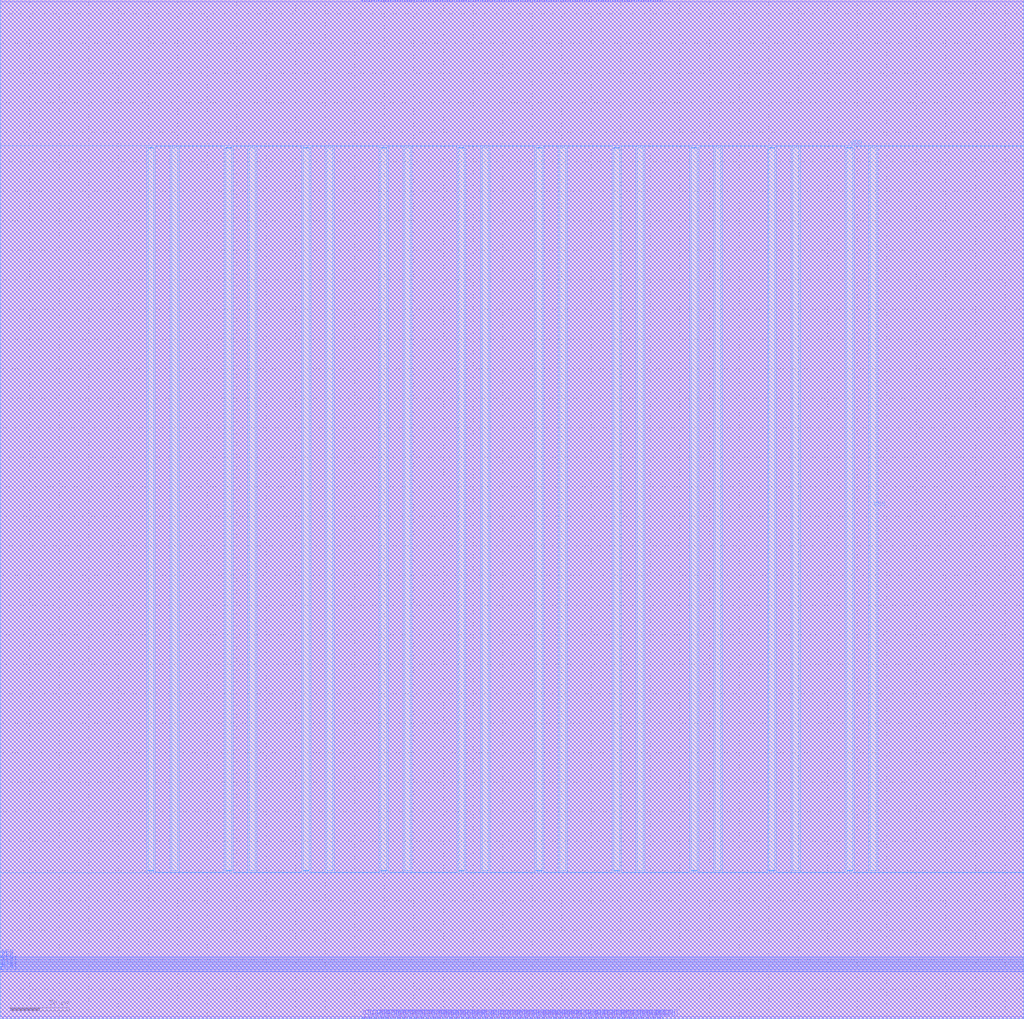
<source format=lef>
##
## LEF for PtnCells ;
## created by Innovus v15.23-s045_1 on Fri Mar 21 21:15:34 2025
##

VERSION 5.8 ;

BUSBITCHARS "[]" ;
DIVIDERCHAR "/" ;

MACRO sram_w16
  CLASS BLOCK ;
  SIZE 346.4000 BY 344.8000 ;
  FOREIGN sram_w16 0.0000 0.0000 ;
  ORIGIN 0 0 ;
  SYMMETRY X Y R90 ;
  PIN CLK
    DIRECTION INPUT ;
    USE SIGNAL ;
    PORT
      LAYER M3 ;
        RECT 0.0000 19.9500 0.6000 20.0500 ;
    END
  END CLK
  PIN D[127]
    DIRECTION INPUT ;
    USE SIGNAL ;
    PORT
      LAYER M2 ;
        RECT 122.4500 0.0000 122.5500 0.6000 ;
    END
  END D[127]
  PIN D[126]
    DIRECTION INPUT ;
    USE SIGNAL ;
    PORT
      LAYER M2 ;
        RECT 123.2500 0.0000 123.3500 0.6000 ;
    END
  END D[126]
  PIN D[125]
    DIRECTION INPUT ;
    USE SIGNAL ;
    PORT
      LAYER M2 ;
        RECT 124.0500 0.0000 124.1500 0.6000 ;
    END
  END D[125]
  PIN D[124]
    DIRECTION INPUT ;
    USE SIGNAL ;
    PORT
      LAYER M2 ;
        RECT 124.8500 0.0000 124.9500 0.6000 ;
    END
  END D[124]
  PIN D[123]
    DIRECTION INPUT ;
    USE SIGNAL ;
    PORT
      LAYER M2 ;
        RECT 125.6500 0.0000 125.7500 0.6000 ;
    END
  END D[123]
  PIN D[122]
    DIRECTION INPUT ;
    USE SIGNAL ;
    PORT
      LAYER M2 ;
        RECT 126.4500 0.0000 126.5500 0.6000 ;
    END
  END D[122]
  PIN D[121]
    DIRECTION INPUT ;
    USE SIGNAL ;
    PORT
      LAYER M2 ;
        RECT 127.2500 0.0000 127.3500 0.6000 ;
    END
  END D[121]
  PIN D[120]
    DIRECTION INPUT ;
    USE SIGNAL ;
    PORT
      LAYER M2 ;
        RECT 128.0500 0.0000 128.1500 0.6000 ;
    END
  END D[120]
  PIN D[119]
    DIRECTION INPUT ;
    USE SIGNAL ;
    PORT
      LAYER M2 ;
        RECT 128.8500 0.0000 128.9500 0.6000 ;
    END
  END D[119]
  PIN D[118]
    DIRECTION INPUT ;
    USE SIGNAL ;
    PORT
      LAYER M2 ;
        RECT 129.6500 0.0000 129.7500 0.6000 ;
    END
  END D[118]
  PIN D[117]
    DIRECTION INPUT ;
    USE SIGNAL ;
    PORT
      LAYER M2 ;
        RECT 130.4500 0.0000 130.5500 0.6000 ;
    END
  END D[117]
  PIN D[116]
    DIRECTION INPUT ;
    USE SIGNAL ;
    PORT
      LAYER M2 ;
        RECT 131.2500 0.0000 131.3500 0.6000 ;
    END
  END D[116]
  PIN D[115]
    DIRECTION INPUT ;
    USE SIGNAL ;
    PORT
      LAYER M2 ;
        RECT 132.0500 0.0000 132.1500 0.6000 ;
    END
  END D[115]
  PIN D[114]
    DIRECTION INPUT ;
    USE SIGNAL ;
    PORT
      LAYER M2 ;
        RECT 132.8500 0.0000 132.9500 0.6000 ;
    END
  END D[114]
  PIN D[113]
    DIRECTION INPUT ;
    USE SIGNAL ;
    PORT
      LAYER M2 ;
        RECT 133.6500 0.0000 133.7500 0.6000 ;
    END
  END D[113]
  PIN D[112]
    DIRECTION INPUT ;
    USE SIGNAL ;
    PORT
      LAYER M2 ;
        RECT 134.4500 0.0000 134.5500 0.6000 ;
    END
  END D[112]
  PIN D[111]
    DIRECTION INPUT ;
    USE SIGNAL ;
    PORT
      LAYER M2 ;
        RECT 135.2500 0.0000 135.3500 0.6000 ;
    END
  END D[111]
  PIN D[110]
    DIRECTION INPUT ;
    USE SIGNAL ;
    PORT
      LAYER M2 ;
        RECT 136.0500 0.0000 136.1500 0.6000 ;
    END
  END D[110]
  PIN D[109]
    DIRECTION INPUT ;
    USE SIGNAL ;
    PORT
      LAYER M2 ;
        RECT 136.8500 0.0000 136.9500 0.6000 ;
    END
  END D[109]
  PIN D[108]
    DIRECTION INPUT ;
    USE SIGNAL ;
    PORT
      LAYER M2 ;
        RECT 137.6500 0.0000 137.7500 0.6000 ;
    END
  END D[108]
  PIN D[107]
    DIRECTION INPUT ;
    USE SIGNAL ;
    PORT
      LAYER M2 ;
        RECT 138.4500 0.0000 138.5500 0.6000 ;
    END
  END D[107]
  PIN D[106]
    DIRECTION INPUT ;
    USE SIGNAL ;
    PORT
      LAYER M2 ;
        RECT 139.2500 0.0000 139.3500 0.6000 ;
    END
  END D[106]
  PIN D[105]
    DIRECTION INPUT ;
    USE SIGNAL ;
    PORT
      LAYER M2 ;
        RECT 140.0500 0.0000 140.1500 0.6000 ;
    END
  END D[105]
  PIN D[104]
    DIRECTION INPUT ;
    USE SIGNAL ;
    PORT
      LAYER M2 ;
        RECT 140.8500 0.0000 140.9500 0.6000 ;
    END
  END D[104]
  PIN D[103]
    DIRECTION INPUT ;
    USE SIGNAL ;
    PORT
      LAYER M2 ;
        RECT 141.6500 0.0000 141.7500 0.6000 ;
    END
  END D[103]
  PIN D[102]
    DIRECTION INPUT ;
    USE SIGNAL ;
    PORT
      LAYER M2 ;
        RECT 142.4500 0.0000 142.5500 0.6000 ;
    END
  END D[102]
  PIN D[101]
    DIRECTION INPUT ;
    USE SIGNAL ;
    PORT
      LAYER M2 ;
        RECT 143.2500 0.0000 143.3500 0.6000 ;
    END
  END D[101]
  PIN D[100]
    DIRECTION INPUT ;
    USE SIGNAL ;
    PORT
      LAYER M2 ;
        RECT 144.0500 0.0000 144.1500 0.6000 ;
    END
  END D[100]
  PIN D[99]
    DIRECTION INPUT ;
    USE SIGNAL ;
    PORT
      LAYER M2 ;
        RECT 144.8500 0.0000 144.9500 0.6000 ;
    END
  END D[99]
  PIN D[98]
    DIRECTION INPUT ;
    USE SIGNAL ;
    PORT
      LAYER M2 ;
        RECT 145.6500 0.0000 145.7500 0.6000 ;
    END
  END D[98]
  PIN D[97]
    DIRECTION INPUT ;
    USE SIGNAL ;
    PORT
      LAYER M2 ;
        RECT 146.4500 0.0000 146.5500 0.6000 ;
    END
  END D[97]
  PIN D[96]
    DIRECTION INPUT ;
    USE SIGNAL ;
    PORT
      LAYER M2 ;
        RECT 147.2500 0.0000 147.3500 0.6000 ;
    END
  END D[96]
  PIN D[95]
    DIRECTION INPUT ;
    USE SIGNAL ;
    PORT
      LAYER M2 ;
        RECT 148.0500 0.0000 148.1500 0.6000 ;
    END
  END D[95]
  PIN D[94]
    DIRECTION INPUT ;
    USE SIGNAL ;
    PORT
      LAYER M2 ;
        RECT 148.8500 0.0000 148.9500 0.6000 ;
    END
  END D[94]
  PIN D[93]
    DIRECTION INPUT ;
    USE SIGNAL ;
    PORT
      LAYER M2 ;
        RECT 149.6500 0.0000 149.7500 0.6000 ;
    END
  END D[93]
  PIN D[92]
    DIRECTION INPUT ;
    USE SIGNAL ;
    PORT
      LAYER M2 ;
        RECT 150.4500 0.0000 150.5500 0.6000 ;
    END
  END D[92]
  PIN D[91]
    DIRECTION INPUT ;
    USE SIGNAL ;
    PORT
      LAYER M2 ;
        RECT 151.2500 0.0000 151.3500 0.6000 ;
    END
  END D[91]
  PIN D[90]
    DIRECTION INPUT ;
    USE SIGNAL ;
    PORT
      LAYER M2 ;
        RECT 152.0500 0.0000 152.1500 0.6000 ;
    END
  END D[90]
  PIN D[89]
    DIRECTION INPUT ;
    USE SIGNAL ;
    PORT
      LAYER M2 ;
        RECT 152.8500 0.0000 152.9500 0.6000 ;
    END
  END D[89]
  PIN D[88]
    DIRECTION INPUT ;
    USE SIGNAL ;
    PORT
      LAYER M2 ;
        RECT 153.6500 0.0000 153.7500 0.6000 ;
    END
  END D[88]
  PIN D[87]
    DIRECTION INPUT ;
    USE SIGNAL ;
    PORT
      LAYER M2 ;
        RECT 154.4500 0.0000 154.5500 0.6000 ;
    END
  END D[87]
  PIN D[86]
    DIRECTION INPUT ;
    USE SIGNAL ;
    PORT
      LAYER M2 ;
        RECT 155.2500 0.0000 155.3500 0.6000 ;
    END
  END D[86]
  PIN D[85]
    DIRECTION INPUT ;
    USE SIGNAL ;
    PORT
      LAYER M2 ;
        RECT 156.0500 0.0000 156.1500 0.6000 ;
    END
  END D[85]
  PIN D[84]
    DIRECTION INPUT ;
    USE SIGNAL ;
    PORT
      LAYER M2 ;
        RECT 156.8500 0.0000 156.9500 0.6000 ;
    END
  END D[84]
  PIN D[83]
    DIRECTION INPUT ;
    USE SIGNAL ;
    PORT
      LAYER M2 ;
        RECT 157.6500 0.0000 157.7500 0.6000 ;
    END
  END D[83]
  PIN D[82]
    DIRECTION INPUT ;
    USE SIGNAL ;
    PORT
      LAYER M2 ;
        RECT 158.4500 0.0000 158.5500 0.6000 ;
    END
  END D[82]
  PIN D[81]
    DIRECTION INPUT ;
    USE SIGNAL ;
    PORT
      LAYER M2 ;
        RECT 159.2500 0.0000 159.3500 0.6000 ;
    END
  END D[81]
  PIN D[80]
    DIRECTION INPUT ;
    USE SIGNAL ;
    PORT
      LAYER M2 ;
        RECT 160.0500 0.0000 160.1500 0.6000 ;
    END
  END D[80]
  PIN D[79]
    DIRECTION INPUT ;
    USE SIGNAL ;
    PORT
      LAYER M2 ;
        RECT 160.8500 0.0000 160.9500 0.6000 ;
    END
  END D[79]
  PIN D[78]
    DIRECTION INPUT ;
    USE SIGNAL ;
    PORT
      LAYER M2 ;
        RECT 161.6500 0.0000 161.7500 0.6000 ;
    END
  END D[78]
  PIN D[77]
    DIRECTION INPUT ;
    USE SIGNAL ;
    PORT
      LAYER M2 ;
        RECT 162.4500 0.0000 162.5500 0.6000 ;
    END
  END D[77]
  PIN D[76]
    DIRECTION INPUT ;
    USE SIGNAL ;
    PORT
      LAYER M2 ;
        RECT 163.2500 0.0000 163.3500 0.6000 ;
    END
  END D[76]
  PIN D[75]
    DIRECTION INPUT ;
    USE SIGNAL ;
    PORT
      LAYER M2 ;
        RECT 164.0500 0.0000 164.1500 0.6000 ;
    END
  END D[75]
  PIN D[74]
    DIRECTION INPUT ;
    USE SIGNAL ;
    PORT
      LAYER M2 ;
        RECT 164.8500 0.0000 164.9500 0.6000 ;
    END
  END D[74]
  PIN D[73]
    DIRECTION INPUT ;
    USE SIGNAL ;
    PORT
      LAYER M2 ;
        RECT 165.6500 0.0000 165.7500 0.6000 ;
    END
  END D[73]
  PIN D[72]
    DIRECTION INPUT ;
    USE SIGNAL ;
    PORT
      LAYER M2 ;
        RECT 166.4500 0.0000 166.5500 0.6000 ;
    END
  END D[72]
  PIN D[71]
    DIRECTION INPUT ;
    USE SIGNAL ;
    PORT
      LAYER M2 ;
        RECT 167.2500 0.0000 167.3500 0.6000 ;
    END
  END D[71]
  PIN D[70]
    DIRECTION INPUT ;
    USE SIGNAL ;
    PORT
      LAYER M2 ;
        RECT 168.0500 0.0000 168.1500 0.6000 ;
    END
  END D[70]
  PIN D[69]
    DIRECTION INPUT ;
    USE SIGNAL ;
    PORT
      LAYER M2 ;
        RECT 168.8500 0.0000 168.9500 0.6000 ;
    END
  END D[69]
  PIN D[68]
    DIRECTION INPUT ;
    USE SIGNAL ;
    PORT
      LAYER M2 ;
        RECT 169.6500 0.0000 169.7500 0.6000 ;
    END
  END D[68]
  PIN D[67]
    DIRECTION INPUT ;
    USE SIGNAL ;
    PORT
      LAYER M2 ;
        RECT 170.4500 0.0000 170.5500 0.6000 ;
    END
  END D[67]
  PIN D[66]
    DIRECTION INPUT ;
    USE SIGNAL ;
    PORT
      LAYER M2 ;
        RECT 171.2500 0.0000 171.3500 0.6000 ;
    END
  END D[66]
  PIN D[65]
    DIRECTION INPUT ;
    USE SIGNAL ;
    PORT
      LAYER M2 ;
        RECT 172.0500 0.0000 172.1500 0.6000 ;
    END
  END D[65]
  PIN D[64]
    DIRECTION INPUT ;
    USE SIGNAL ;
    PORT
      LAYER M2 ;
        RECT 172.8500 0.0000 172.9500 0.6000 ;
    END
  END D[64]
  PIN D[63]
    DIRECTION INPUT ;
    USE SIGNAL ;
    PORT
      LAYER M2 ;
        RECT 173.6500 0.0000 173.7500 0.6000 ;
    END
  END D[63]
  PIN D[62]
    DIRECTION INPUT ;
    USE SIGNAL ;
    PORT
      LAYER M2 ;
        RECT 174.4500 0.0000 174.5500 0.6000 ;
    END
  END D[62]
  PIN D[61]
    DIRECTION INPUT ;
    USE SIGNAL ;
    PORT
      LAYER M2 ;
        RECT 175.2500 0.0000 175.3500 0.6000 ;
    END
  END D[61]
  PIN D[60]
    DIRECTION INPUT ;
    USE SIGNAL ;
    PORT
      LAYER M2 ;
        RECT 176.0500 0.0000 176.1500 0.6000 ;
    END
  END D[60]
  PIN D[59]
    DIRECTION INPUT ;
    USE SIGNAL ;
    PORT
      LAYER M2 ;
        RECT 176.8500 0.0000 176.9500 0.6000 ;
    END
  END D[59]
  PIN D[58]
    DIRECTION INPUT ;
    USE SIGNAL ;
    PORT
      LAYER M2 ;
        RECT 177.6500 0.0000 177.7500 0.6000 ;
    END
  END D[58]
  PIN D[57]
    DIRECTION INPUT ;
    USE SIGNAL ;
    PORT
      LAYER M2 ;
        RECT 178.4500 0.0000 178.5500 0.6000 ;
    END
  END D[57]
  PIN D[56]
    DIRECTION INPUT ;
    USE SIGNAL ;
    PORT
      LAYER M2 ;
        RECT 179.2500 0.0000 179.3500 0.6000 ;
    END
  END D[56]
  PIN D[55]
    DIRECTION INPUT ;
    USE SIGNAL ;
    PORT
      LAYER M2 ;
        RECT 180.0500 0.0000 180.1500 0.6000 ;
    END
  END D[55]
  PIN D[54]
    DIRECTION INPUT ;
    USE SIGNAL ;
    PORT
      LAYER M2 ;
        RECT 180.8500 0.0000 180.9500 0.6000 ;
    END
  END D[54]
  PIN D[53]
    DIRECTION INPUT ;
    USE SIGNAL ;
    PORT
      LAYER M2 ;
        RECT 181.6500 0.0000 181.7500 0.6000 ;
    END
  END D[53]
  PIN D[52]
    DIRECTION INPUT ;
    USE SIGNAL ;
    PORT
      LAYER M2 ;
        RECT 182.4500 0.0000 182.5500 0.6000 ;
    END
  END D[52]
  PIN D[51]
    DIRECTION INPUT ;
    USE SIGNAL ;
    PORT
      LAYER M2 ;
        RECT 183.2500 0.0000 183.3500 0.6000 ;
    END
  END D[51]
  PIN D[50]
    DIRECTION INPUT ;
    USE SIGNAL ;
    PORT
      LAYER M2 ;
        RECT 184.0500 0.0000 184.1500 0.6000 ;
    END
  END D[50]
  PIN D[49]
    DIRECTION INPUT ;
    USE SIGNAL ;
    PORT
      LAYER M2 ;
        RECT 184.8500 0.0000 184.9500 0.6000 ;
    END
  END D[49]
  PIN D[48]
    DIRECTION INPUT ;
    USE SIGNAL ;
    PORT
      LAYER M2 ;
        RECT 185.6500 0.0000 185.7500 0.6000 ;
    END
  END D[48]
  PIN D[47]
    DIRECTION INPUT ;
    USE SIGNAL ;
    PORT
      LAYER M2 ;
        RECT 186.4500 0.0000 186.5500 0.6000 ;
    END
  END D[47]
  PIN D[46]
    DIRECTION INPUT ;
    USE SIGNAL ;
    PORT
      LAYER M2 ;
        RECT 187.2500 0.0000 187.3500 0.6000 ;
    END
  END D[46]
  PIN D[45]
    DIRECTION INPUT ;
    USE SIGNAL ;
    PORT
      LAYER M2 ;
        RECT 188.0500 0.0000 188.1500 0.6000 ;
    END
  END D[45]
  PIN D[44]
    DIRECTION INPUT ;
    USE SIGNAL ;
    PORT
      LAYER M2 ;
        RECT 188.8500 0.0000 188.9500 0.6000 ;
    END
  END D[44]
  PIN D[43]
    DIRECTION INPUT ;
    USE SIGNAL ;
    PORT
      LAYER M2 ;
        RECT 189.6500 0.0000 189.7500 0.6000 ;
    END
  END D[43]
  PIN D[42]
    DIRECTION INPUT ;
    USE SIGNAL ;
    PORT
      LAYER M2 ;
        RECT 190.4500 0.0000 190.5500 0.6000 ;
    END
  END D[42]
  PIN D[41]
    DIRECTION INPUT ;
    USE SIGNAL ;
    PORT
      LAYER M2 ;
        RECT 191.2500 0.0000 191.3500 0.6000 ;
    END
  END D[41]
  PIN D[40]
    DIRECTION INPUT ;
    USE SIGNAL ;
    PORT
      LAYER M2 ;
        RECT 192.0500 0.0000 192.1500 0.6000 ;
    END
  END D[40]
  PIN D[39]
    DIRECTION INPUT ;
    USE SIGNAL ;
    PORT
      LAYER M2 ;
        RECT 192.8500 0.0000 192.9500 0.6000 ;
    END
  END D[39]
  PIN D[38]
    DIRECTION INPUT ;
    USE SIGNAL ;
    PORT
      LAYER M2 ;
        RECT 193.6500 0.0000 193.7500 0.6000 ;
    END
  END D[38]
  PIN D[37]
    DIRECTION INPUT ;
    USE SIGNAL ;
    PORT
      LAYER M2 ;
        RECT 194.4500 0.0000 194.5500 0.6000 ;
    END
  END D[37]
  PIN D[36]
    DIRECTION INPUT ;
    USE SIGNAL ;
    PORT
      LAYER M2 ;
        RECT 195.2500 0.0000 195.3500 0.6000 ;
    END
  END D[36]
  PIN D[35]
    DIRECTION INPUT ;
    USE SIGNAL ;
    PORT
      LAYER M2 ;
        RECT 196.0500 0.0000 196.1500 0.6000 ;
    END
  END D[35]
  PIN D[34]
    DIRECTION INPUT ;
    USE SIGNAL ;
    PORT
      LAYER M2 ;
        RECT 196.8500 0.0000 196.9500 0.6000 ;
    END
  END D[34]
  PIN D[33]
    DIRECTION INPUT ;
    USE SIGNAL ;
    PORT
      LAYER M2 ;
        RECT 197.6500 0.0000 197.7500 0.6000 ;
    END
  END D[33]
  PIN D[32]
    DIRECTION INPUT ;
    USE SIGNAL ;
    PORT
      LAYER M2 ;
        RECT 198.4500 0.0000 198.5500 0.6000 ;
    END
  END D[32]
  PIN D[31]
    DIRECTION INPUT ;
    USE SIGNAL ;
    PORT
      LAYER M2 ;
        RECT 199.2500 0.0000 199.3500 0.6000 ;
    END
  END D[31]
  PIN D[30]
    DIRECTION INPUT ;
    USE SIGNAL ;
    PORT
      LAYER M2 ;
        RECT 200.0500 0.0000 200.1500 0.6000 ;
    END
  END D[30]
  PIN D[29]
    DIRECTION INPUT ;
    USE SIGNAL ;
    PORT
      LAYER M2 ;
        RECT 200.8500 0.0000 200.9500 0.6000 ;
    END
  END D[29]
  PIN D[28]
    DIRECTION INPUT ;
    USE SIGNAL ;
    PORT
      LAYER M2 ;
        RECT 201.6500 0.0000 201.7500 0.6000 ;
    END
  END D[28]
  PIN D[27]
    DIRECTION INPUT ;
    USE SIGNAL ;
    PORT
      LAYER M2 ;
        RECT 202.4500 0.0000 202.5500 0.6000 ;
    END
  END D[27]
  PIN D[26]
    DIRECTION INPUT ;
    USE SIGNAL ;
    PORT
      LAYER M2 ;
        RECT 203.2500 0.0000 203.3500 0.6000 ;
    END
  END D[26]
  PIN D[25]
    DIRECTION INPUT ;
    USE SIGNAL ;
    PORT
      LAYER M2 ;
        RECT 204.0500 0.0000 204.1500 0.6000 ;
    END
  END D[25]
  PIN D[24]
    DIRECTION INPUT ;
    USE SIGNAL ;
    PORT
      LAYER M2 ;
        RECT 204.8500 0.0000 204.9500 0.6000 ;
    END
  END D[24]
  PIN D[23]
    DIRECTION INPUT ;
    USE SIGNAL ;
    PORT
      LAYER M2 ;
        RECT 205.6500 0.0000 205.7500 0.6000 ;
    END
  END D[23]
  PIN D[22]
    DIRECTION INPUT ;
    USE SIGNAL ;
    PORT
      LAYER M2 ;
        RECT 206.4500 0.0000 206.5500 0.6000 ;
    END
  END D[22]
  PIN D[21]
    DIRECTION INPUT ;
    USE SIGNAL ;
    PORT
      LAYER M2 ;
        RECT 207.2500 0.0000 207.3500 0.6000 ;
    END
  END D[21]
  PIN D[20]
    DIRECTION INPUT ;
    USE SIGNAL ;
    PORT
      LAYER M2 ;
        RECT 208.0500 0.0000 208.1500 0.6000 ;
    END
  END D[20]
  PIN D[19]
    DIRECTION INPUT ;
    USE SIGNAL ;
    PORT
      LAYER M2 ;
        RECT 208.8500 0.0000 208.9500 0.6000 ;
    END
  END D[19]
  PIN D[18]
    DIRECTION INPUT ;
    USE SIGNAL ;
    PORT
      LAYER M2 ;
        RECT 209.6500 0.0000 209.7500 0.6000 ;
    END
  END D[18]
  PIN D[17]
    DIRECTION INPUT ;
    USE SIGNAL ;
    PORT
      LAYER M2 ;
        RECT 210.4500 0.0000 210.5500 0.6000 ;
    END
  END D[17]
  PIN D[16]
    DIRECTION INPUT ;
    USE SIGNAL ;
    PORT
      LAYER M2 ;
        RECT 211.2500 0.0000 211.3500 0.6000 ;
    END
  END D[16]
  PIN D[15]
    DIRECTION INPUT ;
    USE SIGNAL ;
    PORT
      LAYER M2 ;
        RECT 212.0500 0.0000 212.1500 0.6000 ;
    END
  END D[15]
  PIN D[14]
    DIRECTION INPUT ;
    USE SIGNAL ;
    PORT
      LAYER M2 ;
        RECT 212.8500 0.0000 212.9500 0.6000 ;
    END
  END D[14]
  PIN D[13]
    DIRECTION INPUT ;
    USE SIGNAL ;
    PORT
      LAYER M2 ;
        RECT 213.6500 0.0000 213.7500 0.6000 ;
    END
  END D[13]
  PIN D[12]
    DIRECTION INPUT ;
    USE SIGNAL ;
    PORT
      LAYER M2 ;
        RECT 214.4500 0.0000 214.5500 0.6000 ;
    END
  END D[12]
  PIN D[11]
    DIRECTION INPUT ;
    USE SIGNAL ;
    PORT
      LAYER M2 ;
        RECT 215.2500 0.0000 215.3500 0.6000 ;
    END
  END D[11]
  PIN D[10]
    DIRECTION INPUT ;
    USE SIGNAL ;
    PORT
      LAYER M2 ;
        RECT 216.0500 0.0000 216.1500 0.6000 ;
    END
  END D[10]
  PIN D[9]
    DIRECTION INPUT ;
    USE SIGNAL ;
    PORT
      LAYER M2 ;
        RECT 216.8500 0.0000 216.9500 0.6000 ;
    END
  END D[9]
  PIN D[8]
    DIRECTION INPUT ;
    USE SIGNAL ;
    PORT
      LAYER M2 ;
        RECT 217.6500 0.0000 217.7500 0.6000 ;
    END
  END D[8]
  PIN D[7]
    DIRECTION INPUT ;
    USE SIGNAL ;
    PORT
      LAYER M2 ;
        RECT 218.4500 0.0000 218.5500 0.6000 ;
    END
  END D[7]
  PIN D[6]
    DIRECTION INPUT ;
    USE SIGNAL ;
    PORT
      LAYER M2 ;
        RECT 219.2500 0.0000 219.3500 0.6000 ;
    END
  END D[6]
  PIN D[5]
    DIRECTION INPUT ;
    USE SIGNAL ;
    PORT
      LAYER M2 ;
        RECT 220.0500 0.0000 220.1500 0.6000 ;
    END
  END D[5]
  PIN D[4]
    DIRECTION INPUT ;
    USE SIGNAL ;
    PORT
      LAYER M2 ;
        RECT 220.8500 0.0000 220.9500 0.6000 ;
    END
  END D[4]
  PIN D[3]
    DIRECTION INPUT ;
    USE SIGNAL ;
    PORT
      LAYER M2 ;
        RECT 221.6500 0.0000 221.7500 0.6000 ;
    END
  END D[3]
  PIN D[2]
    DIRECTION INPUT ;
    USE SIGNAL ;
    PORT
      LAYER M2 ;
        RECT 222.4500 0.0000 222.5500 0.6000 ;
    END
  END D[2]
  PIN D[1]
    DIRECTION INPUT ;
    USE SIGNAL ;
    PORT
      LAYER M2 ;
        RECT 223.2500 0.0000 223.3500 0.6000 ;
    END
  END D[1]
  PIN D[0]
    DIRECTION INPUT ;
    USE SIGNAL ;
    PORT
      LAYER M2 ;
        RECT 224.0500 0.0000 224.1500 0.6000 ;
    END
  END D[0]
  PIN Q[127]
    DIRECTION OUTPUT ;
    USE SIGNAL ;
    PORT
      LAYER M2 ;
        RECT 122.4500 344.2000 122.5500 344.8000 ;
    END
  END Q[127]
  PIN Q[126]
    DIRECTION OUTPUT ;
    USE SIGNAL ;
    PORT
      LAYER M2 ;
        RECT 123.2500 344.2000 123.3500 344.8000 ;
    END
  END Q[126]
  PIN Q[125]
    DIRECTION OUTPUT ;
    USE SIGNAL ;
    PORT
      LAYER M2 ;
        RECT 124.0500 344.2000 124.1500 344.8000 ;
    END
  END Q[125]
  PIN Q[124]
    DIRECTION OUTPUT ;
    USE SIGNAL ;
    PORT
      LAYER M2 ;
        RECT 124.8500 344.2000 124.9500 344.8000 ;
    END
  END Q[124]
  PIN Q[123]
    DIRECTION OUTPUT ;
    USE SIGNAL ;
    PORT
      LAYER M2 ;
        RECT 125.6500 344.2000 125.7500 344.8000 ;
    END
  END Q[123]
  PIN Q[122]
    DIRECTION OUTPUT ;
    USE SIGNAL ;
    PORT
      LAYER M2 ;
        RECT 126.4500 344.2000 126.5500 344.8000 ;
    END
  END Q[122]
  PIN Q[121]
    DIRECTION OUTPUT ;
    USE SIGNAL ;
    PORT
      LAYER M2 ;
        RECT 127.2500 344.2000 127.3500 344.8000 ;
    END
  END Q[121]
  PIN Q[120]
    DIRECTION OUTPUT ;
    USE SIGNAL ;
    PORT
      LAYER M2 ;
        RECT 128.0500 344.2000 128.1500 344.8000 ;
    END
  END Q[120]
  PIN Q[119]
    DIRECTION OUTPUT ;
    USE SIGNAL ;
    PORT
      LAYER M2 ;
        RECT 128.8500 344.2000 128.9500 344.8000 ;
    END
  END Q[119]
  PIN Q[118]
    DIRECTION OUTPUT ;
    USE SIGNAL ;
    PORT
      LAYER M2 ;
        RECT 129.6500 344.2000 129.7500 344.8000 ;
    END
  END Q[118]
  PIN Q[117]
    DIRECTION OUTPUT ;
    USE SIGNAL ;
    PORT
      LAYER M2 ;
        RECT 130.4500 344.2000 130.5500 344.8000 ;
    END
  END Q[117]
  PIN Q[116]
    DIRECTION OUTPUT ;
    USE SIGNAL ;
    PORT
      LAYER M2 ;
        RECT 131.2500 344.2000 131.3500 344.8000 ;
    END
  END Q[116]
  PIN Q[115]
    DIRECTION OUTPUT ;
    USE SIGNAL ;
    PORT
      LAYER M2 ;
        RECT 132.0500 344.2000 132.1500 344.8000 ;
    END
  END Q[115]
  PIN Q[114]
    DIRECTION OUTPUT ;
    USE SIGNAL ;
    PORT
      LAYER M2 ;
        RECT 132.8500 344.2000 132.9500 344.8000 ;
    END
  END Q[114]
  PIN Q[113]
    DIRECTION OUTPUT ;
    USE SIGNAL ;
    PORT
      LAYER M2 ;
        RECT 133.6500 344.2000 133.7500 344.8000 ;
    END
  END Q[113]
  PIN Q[112]
    DIRECTION OUTPUT ;
    USE SIGNAL ;
    PORT
      LAYER M2 ;
        RECT 134.4500 344.2000 134.5500 344.8000 ;
    END
  END Q[112]
  PIN Q[111]
    DIRECTION OUTPUT ;
    USE SIGNAL ;
    PORT
      LAYER M2 ;
        RECT 135.2500 344.2000 135.3500 344.8000 ;
    END
  END Q[111]
  PIN Q[110]
    DIRECTION OUTPUT ;
    USE SIGNAL ;
    PORT
      LAYER M2 ;
        RECT 136.0500 344.2000 136.1500 344.8000 ;
    END
  END Q[110]
  PIN Q[109]
    DIRECTION OUTPUT ;
    USE SIGNAL ;
    PORT
      LAYER M2 ;
        RECT 136.8500 344.2000 136.9500 344.8000 ;
    END
  END Q[109]
  PIN Q[108]
    DIRECTION OUTPUT ;
    USE SIGNAL ;
    PORT
      LAYER M2 ;
        RECT 137.6500 344.2000 137.7500 344.8000 ;
    END
  END Q[108]
  PIN Q[107]
    DIRECTION OUTPUT ;
    USE SIGNAL ;
    PORT
      LAYER M2 ;
        RECT 138.4500 344.2000 138.5500 344.8000 ;
    END
  END Q[107]
  PIN Q[106]
    DIRECTION OUTPUT ;
    USE SIGNAL ;
    PORT
      LAYER M2 ;
        RECT 139.2500 344.2000 139.3500 344.8000 ;
    END
  END Q[106]
  PIN Q[105]
    DIRECTION OUTPUT ;
    USE SIGNAL ;
    PORT
      LAYER M2 ;
        RECT 140.0500 344.2000 140.1500 344.8000 ;
    END
  END Q[105]
  PIN Q[104]
    DIRECTION OUTPUT ;
    USE SIGNAL ;
    PORT
      LAYER M2 ;
        RECT 140.8500 344.2000 140.9500 344.8000 ;
    END
  END Q[104]
  PIN Q[103]
    DIRECTION OUTPUT ;
    USE SIGNAL ;
    PORT
      LAYER M2 ;
        RECT 141.6500 344.2000 141.7500 344.8000 ;
    END
  END Q[103]
  PIN Q[102]
    DIRECTION OUTPUT ;
    USE SIGNAL ;
    PORT
      LAYER M2 ;
        RECT 142.4500 344.2000 142.5500 344.8000 ;
    END
  END Q[102]
  PIN Q[101]
    DIRECTION OUTPUT ;
    USE SIGNAL ;
    PORT
      LAYER M2 ;
        RECT 143.2500 344.2000 143.3500 344.8000 ;
    END
  END Q[101]
  PIN Q[100]
    DIRECTION OUTPUT ;
    USE SIGNAL ;
    PORT
      LAYER M2 ;
        RECT 144.0500 344.2000 144.1500 344.8000 ;
    END
  END Q[100]
  PIN Q[99]
    DIRECTION OUTPUT ;
    USE SIGNAL ;
    PORT
      LAYER M2 ;
        RECT 144.8500 344.2000 144.9500 344.8000 ;
    END
  END Q[99]
  PIN Q[98]
    DIRECTION OUTPUT ;
    USE SIGNAL ;
    PORT
      LAYER M2 ;
        RECT 145.6500 344.2000 145.7500 344.8000 ;
    END
  END Q[98]
  PIN Q[97]
    DIRECTION OUTPUT ;
    USE SIGNAL ;
    PORT
      LAYER M2 ;
        RECT 146.4500 344.2000 146.5500 344.8000 ;
    END
  END Q[97]
  PIN Q[96]
    DIRECTION OUTPUT ;
    USE SIGNAL ;
    PORT
      LAYER M2 ;
        RECT 147.2500 344.2000 147.3500 344.8000 ;
    END
  END Q[96]
  PIN Q[95]
    DIRECTION OUTPUT ;
    USE SIGNAL ;
    PORT
      LAYER M2 ;
        RECT 148.0500 344.2000 148.1500 344.8000 ;
    END
  END Q[95]
  PIN Q[94]
    DIRECTION OUTPUT ;
    USE SIGNAL ;
    PORT
      LAYER M2 ;
        RECT 148.8500 344.2000 148.9500 344.8000 ;
    END
  END Q[94]
  PIN Q[93]
    DIRECTION OUTPUT ;
    USE SIGNAL ;
    PORT
      LAYER M2 ;
        RECT 149.6500 344.2000 149.7500 344.8000 ;
    END
  END Q[93]
  PIN Q[92]
    DIRECTION OUTPUT ;
    USE SIGNAL ;
    PORT
      LAYER M2 ;
        RECT 150.4500 344.2000 150.5500 344.8000 ;
    END
  END Q[92]
  PIN Q[91]
    DIRECTION OUTPUT ;
    USE SIGNAL ;
    PORT
      LAYER M2 ;
        RECT 151.2500 344.2000 151.3500 344.8000 ;
    END
  END Q[91]
  PIN Q[90]
    DIRECTION OUTPUT ;
    USE SIGNAL ;
    PORT
      LAYER M2 ;
        RECT 152.0500 344.2000 152.1500 344.8000 ;
    END
  END Q[90]
  PIN Q[89]
    DIRECTION OUTPUT ;
    USE SIGNAL ;
    PORT
      LAYER M2 ;
        RECT 152.8500 344.2000 152.9500 344.8000 ;
    END
  END Q[89]
  PIN Q[88]
    DIRECTION OUTPUT ;
    USE SIGNAL ;
    PORT
      LAYER M2 ;
        RECT 153.6500 344.2000 153.7500 344.8000 ;
    END
  END Q[88]
  PIN Q[87]
    DIRECTION OUTPUT ;
    USE SIGNAL ;
    PORT
      LAYER M2 ;
        RECT 154.4500 344.2000 154.5500 344.8000 ;
    END
  END Q[87]
  PIN Q[86]
    DIRECTION OUTPUT ;
    USE SIGNAL ;
    PORT
      LAYER M2 ;
        RECT 155.2500 344.2000 155.3500 344.8000 ;
    END
  END Q[86]
  PIN Q[85]
    DIRECTION OUTPUT ;
    USE SIGNAL ;
    PORT
      LAYER M2 ;
        RECT 156.0500 344.2000 156.1500 344.8000 ;
    END
  END Q[85]
  PIN Q[84]
    DIRECTION OUTPUT ;
    USE SIGNAL ;
    PORT
      LAYER M2 ;
        RECT 156.8500 344.2000 156.9500 344.8000 ;
    END
  END Q[84]
  PIN Q[83]
    DIRECTION OUTPUT ;
    USE SIGNAL ;
    PORT
      LAYER M2 ;
        RECT 157.6500 344.2000 157.7500 344.8000 ;
    END
  END Q[83]
  PIN Q[82]
    DIRECTION OUTPUT ;
    USE SIGNAL ;
    PORT
      LAYER M2 ;
        RECT 158.4500 344.2000 158.5500 344.8000 ;
    END
  END Q[82]
  PIN Q[81]
    DIRECTION OUTPUT ;
    USE SIGNAL ;
    PORT
      LAYER M2 ;
        RECT 159.2500 344.2000 159.3500 344.8000 ;
    END
  END Q[81]
  PIN Q[80]
    DIRECTION OUTPUT ;
    USE SIGNAL ;
    PORT
      LAYER M2 ;
        RECT 160.0500 344.2000 160.1500 344.8000 ;
    END
  END Q[80]
  PIN Q[79]
    DIRECTION OUTPUT ;
    USE SIGNAL ;
    PORT
      LAYER M2 ;
        RECT 160.8500 344.2000 160.9500 344.8000 ;
    END
  END Q[79]
  PIN Q[78]
    DIRECTION OUTPUT ;
    USE SIGNAL ;
    PORT
      LAYER M2 ;
        RECT 161.6500 344.2000 161.7500 344.8000 ;
    END
  END Q[78]
  PIN Q[77]
    DIRECTION OUTPUT ;
    USE SIGNAL ;
    PORT
      LAYER M2 ;
        RECT 162.4500 344.2000 162.5500 344.8000 ;
    END
  END Q[77]
  PIN Q[76]
    DIRECTION OUTPUT ;
    USE SIGNAL ;
    PORT
      LAYER M2 ;
        RECT 163.2500 344.2000 163.3500 344.8000 ;
    END
  END Q[76]
  PIN Q[75]
    DIRECTION OUTPUT ;
    USE SIGNAL ;
    PORT
      LAYER M2 ;
        RECT 164.0500 344.2000 164.1500 344.8000 ;
    END
  END Q[75]
  PIN Q[74]
    DIRECTION OUTPUT ;
    USE SIGNAL ;
    PORT
      LAYER M2 ;
        RECT 164.8500 344.2000 164.9500 344.8000 ;
    END
  END Q[74]
  PIN Q[73]
    DIRECTION OUTPUT ;
    USE SIGNAL ;
    PORT
      LAYER M2 ;
        RECT 165.6500 344.2000 165.7500 344.8000 ;
    END
  END Q[73]
  PIN Q[72]
    DIRECTION OUTPUT ;
    USE SIGNAL ;
    PORT
      LAYER M2 ;
        RECT 166.4500 344.2000 166.5500 344.8000 ;
    END
  END Q[72]
  PIN Q[71]
    DIRECTION OUTPUT ;
    USE SIGNAL ;
    PORT
      LAYER M2 ;
        RECT 167.2500 344.2000 167.3500 344.8000 ;
    END
  END Q[71]
  PIN Q[70]
    DIRECTION OUTPUT ;
    USE SIGNAL ;
    PORT
      LAYER M2 ;
        RECT 168.0500 344.2000 168.1500 344.8000 ;
    END
  END Q[70]
  PIN Q[69]
    DIRECTION OUTPUT ;
    USE SIGNAL ;
    PORT
      LAYER M2 ;
        RECT 168.8500 344.2000 168.9500 344.8000 ;
    END
  END Q[69]
  PIN Q[68]
    DIRECTION OUTPUT ;
    USE SIGNAL ;
    PORT
      LAYER M2 ;
        RECT 169.6500 344.2000 169.7500 344.8000 ;
    END
  END Q[68]
  PIN Q[67]
    DIRECTION OUTPUT ;
    USE SIGNAL ;
    PORT
      LAYER M2 ;
        RECT 170.4500 344.2000 170.5500 344.8000 ;
    END
  END Q[67]
  PIN Q[66]
    DIRECTION OUTPUT ;
    USE SIGNAL ;
    PORT
      LAYER M2 ;
        RECT 171.2500 344.2000 171.3500 344.8000 ;
    END
  END Q[66]
  PIN Q[65]
    DIRECTION OUTPUT ;
    USE SIGNAL ;
    PORT
      LAYER M2 ;
        RECT 172.0500 344.2000 172.1500 344.8000 ;
    END
  END Q[65]
  PIN Q[64]
    DIRECTION OUTPUT ;
    USE SIGNAL ;
    PORT
      LAYER M2 ;
        RECT 172.8500 344.2000 172.9500 344.8000 ;
    END
  END Q[64]
  PIN Q[63]
    DIRECTION OUTPUT ;
    USE SIGNAL ;
    PORT
      LAYER M2 ;
        RECT 173.6500 344.2000 173.7500 344.8000 ;
    END
  END Q[63]
  PIN Q[62]
    DIRECTION OUTPUT ;
    USE SIGNAL ;
    PORT
      LAYER M2 ;
        RECT 174.4500 344.2000 174.5500 344.8000 ;
    END
  END Q[62]
  PIN Q[61]
    DIRECTION OUTPUT ;
    USE SIGNAL ;
    PORT
      LAYER M2 ;
        RECT 175.2500 344.2000 175.3500 344.8000 ;
    END
  END Q[61]
  PIN Q[60]
    DIRECTION OUTPUT ;
    USE SIGNAL ;
    PORT
      LAYER M2 ;
        RECT 176.0500 344.2000 176.1500 344.8000 ;
    END
  END Q[60]
  PIN Q[59]
    DIRECTION OUTPUT ;
    USE SIGNAL ;
    PORT
      LAYER M2 ;
        RECT 176.8500 344.2000 176.9500 344.8000 ;
    END
  END Q[59]
  PIN Q[58]
    DIRECTION OUTPUT ;
    USE SIGNAL ;
    PORT
      LAYER M2 ;
        RECT 177.6500 344.2000 177.7500 344.8000 ;
    END
  END Q[58]
  PIN Q[57]
    DIRECTION OUTPUT ;
    USE SIGNAL ;
    PORT
      LAYER M2 ;
        RECT 178.4500 344.2000 178.5500 344.8000 ;
    END
  END Q[57]
  PIN Q[56]
    DIRECTION OUTPUT ;
    USE SIGNAL ;
    PORT
      LAYER M2 ;
        RECT 179.2500 344.2000 179.3500 344.8000 ;
    END
  END Q[56]
  PIN Q[55]
    DIRECTION OUTPUT ;
    USE SIGNAL ;
    PORT
      LAYER M2 ;
        RECT 180.0500 344.2000 180.1500 344.8000 ;
    END
  END Q[55]
  PIN Q[54]
    DIRECTION OUTPUT ;
    USE SIGNAL ;
    PORT
      LAYER M2 ;
        RECT 180.8500 344.2000 180.9500 344.8000 ;
    END
  END Q[54]
  PIN Q[53]
    DIRECTION OUTPUT ;
    USE SIGNAL ;
    PORT
      LAYER M2 ;
        RECT 181.6500 344.2000 181.7500 344.8000 ;
    END
  END Q[53]
  PIN Q[52]
    DIRECTION OUTPUT ;
    USE SIGNAL ;
    PORT
      LAYER M2 ;
        RECT 182.4500 344.2000 182.5500 344.8000 ;
    END
  END Q[52]
  PIN Q[51]
    DIRECTION OUTPUT ;
    USE SIGNAL ;
    PORT
      LAYER M2 ;
        RECT 183.2500 344.2000 183.3500 344.8000 ;
    END
  END Q[51]
  PIN Q[50]
    DIRECTION OUTPUT ;
    USE SIGNAL ;
    PORT
      LAYER M2 ;
        RECT 184.0500 344.2000 184.1500 344.8000 ;
    END
  END Q[50]
  PIN Q[49]
    DIRECTION OUTPUT ;
    USE SIGNAL ;
    PORT
      LAYER M2 ;
        RECT 184.8500 344.2000 184.9500 344.8000 ;
    END
  END Q[49]
  PIN Q[48]
    DIRECTION OUTPUT ;
    USE SIGNAL ;
    PORT
      LAYER M2 ;
        RECT 185.6500 344.2000 185.7500 344.8000 ;
    END
  END Q[48]
  PIN Q[47]
    DIRECTION OUTPUT ;
    USE SIGNAL ;
    PORT
      LAYER M2 ;
        RECT 186.4500 344.2000 186.5500 344.8000 ;
    END
  END Q[47]
  PIN Q[46]
    DIRECTION OUTPUT ;
    USE SIGNAL ;
    PORT
      LAYER M2 ;
        RECT 187.2500 344.2000 187.3500 344.8000 ;
    END
  END Q[46]
  PIN Q[45]
    DIRECTION OUTPUT ;
    USE SIGNAL ;
    PORT
      LAYER M2 ;
        RECT 188.0500 344.2000 188.1500 344.8000 ;
    END
  END Q[45]
  PIN Q[44]
    DIRECTION OUTPUT ;
    USE SIGNAL ;
    PORT
      LAYER M2 ;
        RECT 188.8500 344.2000 188.9500 344.8000 ;
    END
  END Q[44]
  PIN Q[43]
    DIRECTION OUTPUT ;
    USE SIGNAL ;
    PORT
      LAYER M2 ;
        RECT 189.6500 344.2000 189.7500 344.8000 ;
    END
  END Q[43]
  PIN Q[42]
    DIRECTION OUTPUT ;
    USE SIGNAL ;
    PORT
      LAYER M2 ;
        RECT 190.4500 344.2000 190.5500 344.8000 ;
    END
  END Q[42]
  PIN Q[41]
    DIRECTION OUTPUT ;
    USE SIGNAL ;
    PORT
      LAYER M2 ;
        RECT 191.2500 344.2000 191.3500 344.8000 ;
    END
  END Q[41]
  PIN Q[40]
    DIRECTION OUTPUT ;
    USE SIGNAL ;
    PORT
      LAYER M2 ;
        RECT 192.0500 344.2000 192.1500 344.8000 ;
    END
  END Q[40]
  PIN Q[39]
    DIRECTION OUTPUT ;
    USE SIGNAL ;
    PORT
      LAYER M2 ;
        RECT 192.8500 344.2000 192.9500 344.8000 ;
    END
  END Q[39]
  PIN Q[38]
    DIRECTION OUTPUT ;
    USE SIGNAL ;
    PORT
      LAYER M2 ;
        RECT 193.6500 344.2000 193.7500 344.8000 ;
    END
  END Q[38]
  PIN Q[37]
    DIRECTION OUTPUT ;
    USE SIGNAL ;
    PORT
      LAYER M2 ;
        RECT 194.4500 344.2000 194.5500 344.8000 ;
    END
  END Q[37]
  PIN Q[36]
    DIRECTION OUTPUT ;
    USE SIGNAL ;
    PORT
      LAYER M2 ;
        RECT 195.2500 344.2000 195.3500 344.8000 ;
    END
  END Q[36]
  PIN Q[35]
    DIRECTION OUTPUT ;
    USE SIGNAL ;
    PORT
      LAYER M2 ;
        RECT 196.0500 344.2000 196.1500 344.8000 ;
    END
  END Q[35]
  PIN Q[34]
    DIRECTION OUTPUT ;
    USE SIGNAL ;
    PORT
      LAYER M2 ;
        RECT 196.8500 344.2000 196.9500 344.8000 ;
    END
  END Q[34]
  PIN Q[33]
    DIRECTION OUTPUT ;
    USE SIGNAL ;
    PORT
      LAYER M2 ;
        RECT 197.6500 344.2000 197.7500 344.8000 ;
    END
  END Q[33]
  PIN Q[32]
    DIRECTION OUTPUT ;
    USE SIGNAL ;
    PORT
      LAYER M2 ;
        RECT 198.4500 344.2000 198.5500 344.8000 ;
    END
  END Q[32]
  PIN Q[31]
    DIRECTION OUTPUT ;
    USE SIGNAL ;
    PORT
      LAYER M2 ;
        RECT 199.2500 344.2000 199.3500 344.8000 ;
    END
  END Q[31]
  PIN Q[30]
    DIRECTION OUTPUT ;
    USE SIGNAL ;
    PORT
      LAYER M2 ;
        RECT 200.0500 344.2000 200.1500 344.8000 ;
    END
  END Q[30]
  PIN Q[29]
    DIRECTION OUTPUT ;
    USE SIGNAL ;
    PORT
      LAYER M2 ;
        RECT 200.8500 344.2000 200.9500 344.8000 ;
    END
  END Q[29]
  PIN Q[28]
    DIRECTION OUTPUT ;
    USE SIGNAL ;
    PORT
      LAYER M2 ;
        RECT 201.6500 344.2000 201.7500 344.8000 ;
    END
  END Q[28]
  PIN Q[27]
    DIRECTION OUTPUT ;
    USE SIGNAL ;
    PORT
      LAYER M2 ;
        RECT 202.4500 344.2000 202.5500 344.8000 ;
    END
  END Q[27]
  PIN Q[26]
    DIRECTION OUTPUT ;
    USE SIGNAL ;
    PORT
      LAYER M2 ;
        RECT 203.2500 344.2000 203.3500 344.8000 ;
    END
  END Q[26]
  PIN Q[25]
    DIRECTION OUTPUT ;
    USE SIGNAL ;
    PORT
      LAYER M2 ;
        RECT 204.0500 344.2000 204.1500 344.8000 ;
    END
  END Q[25]
  PIN Q[24]
    DIRECTION OUTPUT ;
    USE SIGNAL ;
    PORT
      LAYER M2 ;
        RECT 204.8500 344.2000 204.9500 344.8000 ;
    END
  END Q[24]
  PIN Q[23]
    DIRECTION OUTPUT ;
    USE SIGNAL ;
    PORT
      LAYER M2 ;
        RECT 205.6500 344.2000 205.7500 344.8000 ;
    END
  END Q[23]
  PIN Q[22]
    DIRECTION OUTPUT ;
    USE SIGNAL ;
    PORT
      LAYER M2 ;
        RECT 206.4500 344.2000 206.5500 344.8000 ;
    END
  END Q[22]
  PIN Q[21]
    DIRECTION OUTPUT ;
    USE SIGNAL ;
    PORT
      LAYER M2 ;
        RECT 207.2500 344.2000 207.3500 344.8000 ;
    END
  END Q[21]
  PIN Q[20]
    DIRECTION OUTPUT ;
    USE SIGNAL ;
    PORT
      LAYER M2 ;
        RECT 208.0500 344.2000 208.1500 344.8000 ;
    END
  END Q[20]
  PIN Q[19]
    DIRECTION OUTPUT ;
    USE SIGNAL ;
    PORT
      LAYER M2 ;
        RECT 208.8500 344.2000 208.9500 344.8000 ;
    END
  END Q[19]
  PIN Q[18]
    DIRECTION OUTPUT ;
    USE SIGNAL ;
    PORT
      LAYER M2 ;
        RECT 209.6500 344.2000 209.7500 344.8000 ;
    END
  END Q[18]
  PIN Q[17]
    DIRECTION OUTPUT ;
    USE SIGNAL ;
    PORT
      LAYER M2 ;
        RECT 210.4500 344.2000 210.5500 344.8000 ;
    END
  END Q[17]
  PIN Q[16]
    DIRECTION OUTPUT ;
    USE SIGNAL ;
    PORT
      LAYER M2 ;
        RECT 211.2500 344.2000 211.3500 344.8000 ;
    END
  END Q[16]
  PIN Q[15]
    DIRECTION OUTPUT ;
    USE SIGNAL ;
    PORT
      LAYER M2 ;
        RECT 212.0500 344.2000 212.1500 344.8000 ;
    END
  END Q[15]
  PIN Q[14]
    DIRECTION OUTPUT ;
    USE SIGNAL ;
    PORT
      LAYER M2 ;
        RECT 212.8500 344.2000 212.9500 344.8000 ;
    END
  END Q[14]
  PIN Q[13]
    DIRECTION OUTPUT ;
    USE SIGNAL ;
    PORT
      LAYER M2 ;
        RECT 213.6500 344.2000 213.7500 344.8000 ;
    END
  END Q[13]
  PIN Q[12]
    DIRECTION OUTPUT ;
    USE SIGNAL ;
    PORT
      LAYER M2 ;
        RECT 214.4500 344.2000 214.5500 344.8000 ;
    END
  END Q[12]
  PIN Q[11]
    DIRECTION OUTPUT ;
    USE SIGNAL ;
    PORT
      LAYER M2 ;
        RECT 215.2500 344.2000 215.3500 344.8000 ;
    END
  END Q[11]
  PIN Q[10]
    DIRECTION OUTPUT ;
    USE SIGNAL ;
    PORT
      LAYER M2 ;
        RECT 216.0500 344.2000 216.1500 344.8000 ;
    END
  END Q[10]
  PIN Q[9]
    DIRECTION OUTPUT ;
    USE SIGNAL ;
    PORT
      LAYER M2 ;
        RECT 216.8500 344.2000 216.9500 344.8000 ;
    END
  END Q[9]
  PIN Q[8]
    DIRECTION OUTPUT ;
    USE SIGNAL ;
    PORT
      LAYER M2 ;
        RECT 217.6500 344.2000 217.7500 344.8000 ;
    END
  END Q[8]
  PIN Q[7]
    DIRECTION OUTPUT ;
    USE SIGNAL ;
    PORT
      LAYER M2 ;
        RECT 218.4500 344.2000 218.5500 344.8000 ;
    END
  END Q[7]
  PIN Q[6]
    DIRECTION OUTPUT ;
    USE SIGNAL ;
    PORT
      LAYER M2 ;
        RECT 219.2500 344.2000 219.3500 344.8000 ;
    END
  END Q[6]
  PIN Q[5]
    DIRECTION OUTPUT ;
    USE SIGNAL ;
    PORT
      LAYER M2 ;
        RECT 220.0500 344.2000 220.1500 344.8000 ;
    END
  END Q[5]
  PIN Q[4]
    DIRECTION OUTPUT ;
    USE SIGNAL ;
    PORT
      LAYER M2 ;
        RECT 220.8500 344.2000 220.9500 344.8000 ;
    END
  END Q[4]
  PIN Q[3]
    DIRECTION OUTPUT ;
    USE SIGNAL ;
    PORT
      LAYER M2 ;
        RECT 221.6500 344.2000 221.7500 344.8000 ;
    END
  END Q[3]
  PIN Q[2]
    DIRECTION OUTPUT ;
    USE SIGNAL ;
    PORT
      LAYER M2 ;
        RECT 222.4500 344.2000 222.5500 344.8000 ;
    END
  END Q[2]
  PIN Q[1]
    DIRECTION OUTPUT ;
    USE SIGNAL ;
    PORT
      LAYER M2 ;
        RECT 223.2500 344.2000 223.3500 344.8000 ;
    END
  END Q[1]
  PIN Q[0]
    DIRECTION OUTPUT ;
    USE SIGNAL ;
    PORT
      LAYER M2 ;
        RECT 224.0500 344.2000 224.1500 344.8000 ;
    END
  END Q[0]
  PIN CEN
    DIRECTION INPUT ;
    USE SIGNAL ;
    PORT
      LAYER M3 ;
        RECT 0.0000 19.1500 0.6000 19.2500 ;
    END
  END CEN
  PIN WEN
    DIRECTION INPUT ;
    USE SIGNAL ;
    PORT
      LAYER M3 ;
        RECT 0.0000 20.7500 0.6000 20.8500 ;
    END
  END WEN
  PIN A[3]
    DIRECTION INPUT ;
    USE SIGNAL ;
    PORT
      LAYER M3 ;
        RECT 0.0000 18.3500 0.6000 18.4500 ;
    END
  END A[3]
  PIN A[2]
    DIRECTION INPUT ;
    USE SIGNAL ;
    PORT
      LAYER M3 ;
        RECT 0.0000 17.5500 0.6000 17.6500 ;
    END
  END A[2]
  PIN A[1]
    DIRECTION INPUT ;
    USE SIGNAL ;
    PORT
      LAYER M3 ;
        RECT 0.0000 16.7500 0.6000 16.8500 ;
    END
  END A[1]
  PIN A[0]
    DIRECTION INPUT ;
    USE SIGNAL ;
    PORT
      LAYER M3 ;
        RECT 0.0000 15.9500 0.6000 16.0500 ;
    END
  END A[0]
  PIN VSS
    DIRECTION INOUT ;
    USE GROUND ;

# P/G power stripe data as pin
    PORT
      LAYER M4 ;
        RECT 58.0000 50.0000 60.0000 294.8000 ;
        RECT 84.2650 50.0000 86.2650 294.8000 ;
        RECT 110.5300 50.0000 112.5300 294.8000 ;
        RECT 136.7950 50.0000 138.7950 294.8000 ;
        RECT 163.0600 50.0000 165.0600 294.8000 ;
        RECT 189.3250 50.0000 191.3250 294.8000 ;
        RECT 215.5900 50.0000 217.5900 294.8000 ;
        RECT 241.8550 50.0000 243.8550 294.8000 ;
        RECT 268.1200 50.0000 270.1200 294.8000 ;
        RECT 294.3850 50.0000 296.3850 294.8000 ;
    END
# end of P/G power stripe data as pin

  END VSS
  PIN VDD
    DIRECTION INOUT ;
    USE POWER ;

# P/G power stripe data as pin
    PORT
      LAYER M4 ;
        RECT 50.0000 50.0000 52.0000 294.8000 ;
        RECT 76.2650 50.0000 78.2650 294.8000 ;
        RECT 102.5300 50.0000 104.5300 294.8000 ;
        RECT 128.7950 50.0000 130.7950 294.8000 ;
        RECT 155.0600 50.0000 157.0600 294.8000 ;
        RECT 181.3250 50.0000 183.3250 294.8000 ;
        RECT 207.5900 50.0000 209.5900 294.8000 ;
        RECT 233.8550 50.0000 235.8550 294.8000 ;
        RECT 260.1200 50.0000 262.1200 294.8000 ;
        RECT 286.3850 50.0000 288.3850 294.8000 ;
        RECT 50.0000 49.8350 52.0000 50.1650 ;
        RECT 76.2650 49.8350 78.2650 50.1650 ;
        RECT 128.7950 49.8350 130.7950 50.1650 ;
        RECT 102.5300 49.8350 104.5300 50.1650 ;
        RECT 155.0600 49.8350 157.0600 50.1650 ;
        RECT 181.3250 49.8350 183.3250 50.1650 ;
        RECT 207.5900 49.8350 209.5900 50.1650 ;
        RECT 233.8550 49.8350 235.8550 50.1650 ;
        RECT 260.1200 49.8350 262.1200 50.1650 ;
        RECT 286.3850 49.8350 288.3850 50.1650 ;
        RECT 50.0000 294.6350 52.0000 294.9650 ;
        RECT 76.2650 294.6350 78.2650 294.9650 ;
        RECT 128.7950 294.6350 130.7950 294.9650 ;
        RECT 102.5300 294.6350 104.5300 294.9650 ;
        RECT 155.0600 294.6350 157.0600 294.9650 ;
        RECT 181.3250 294.6350 183.3250 294.9650 ;
        RECT 207.5900 294.6350 209.5900 294.9650 ;
        RECT 233.8550 294.6350 235.8550 294.9650 ;
        RECT 260.1200 294.6350 262.1200 294.9650 ;
        RECT 286.3850 294.6350 288.3850 294.9650 ;
    END
# end of P/G power stripe data as pin

  END VDD
  OBS
    LAYER M1 ;
      RECT 0.0000 0.0000 346.4000 344.8000 ;
    LAYER M2 ;
      RECT 224.2500 344.1000 346.4000 344.8000 ;
      RECT 223.4500 344.1000 223.9500 344.8000 ;
      RECT 222.6500 344.1000 223.1500 344.8000 ;
      RECT 221.8500 344.1000 222.3500 344.8000 ;
      RECT 221.0500 344.1000 221.5500 344.8000 ;
      RECT 220.2500 344.1000 220.7500 344.8000 ;
      RECT 219.4500 344.1000 219.9500 344.8000 ;
      RECT 218.6500 344.1000 219.1500 344.8000 ;
      RECT 217.8500 344.1000 218.3500 344.8000 ;
      RECT 217.0500 344.1000 217.5500 344.8000 ;
      RECT 216.2500 344.1000 216.7500 344.8000 ;
      RECT 215.4500 344.1000 215.9500 344.8000 ;
      RECT 214.6500 344.1000 215.1500 344.8000 ;
      RECT 213.8500 344.1000 214.3500 344.8000 ;
      RECT 213.0500 344.1000 213.5500 344.8000 ;
      RECT 212.2500 344.1000 212.7500 344.8000 ;
      RECT 211.4500 344.1000 211.9500 344.8000 ;
      RECT 210.6500 344.1000 211.1500 344.8000 ;
      RECT 209.8500 344.1000 210.3500 344.8000 ;
      RECT 209.0500 344.1000 209.5500 344.8000 ;
      RECT 208.2500 344.1000 208.7500 344.8000 ;
      RECT 207.4500 344.1000 207.9500 344.8000 ;
      RECT 206.6500 344.1000 207.1500 344.8000 ;
      RECT 205.8500 344.1000 206.3500 344.8000 ;
      RECT 205.0500 344.1000 205.5500 344.8000 ;
      RECT 204.2500 344.1000 204.7500 344.8000 ;
      RECT 203.4500 344.1000 203.9500 344.8000 ;
      RECT 202.6500 344.1000 203.1500 344.8000 ;
      RECT 201.8500 344.1000 202.3500 344.8000 ;
      RECT 201.0500 344.1000 201.5500 344.8000 ;
      RECT 200.2500 344.1000 200.7500 344.8000 ;
      RECT 199.4500 344.1000 199.9500 344.8000 ;
      RECT 198.6500 344.1000 199.1500 344.8000 ;
      RECT 197.8500 344.1000 198.3500 344.8000 ;
      RECT 197.0500 344.1000 197.5500 344.8000 ;
      RECT 196.2500 344.1000 196.7500 344.8000 ;
      RECT 195.4500 344.1000 195.9500 344.8000 ;
      RECT 194.6500 344.1000 195.1500 344.8000 ;
      RECT 193.8500 344.1000 194.3500 344.8000 ;
      RECT 193.0500 344.1000 193.5500 344.8000 ;
      RECT 192.2500 344.1000 192.7500 344.8000 ;
      RECT 191.4500 344.1000 191.9500 344.8000 ;
      RECT 190.6500 344.1000 191.1500 344.8000 ;
      RECT 189.8500 344.1000 190.3500 344.8000 ;
      RECT 189.0500 344.1000 189.5500 344.8000 ;
      RECT 188.2500 344.1000 188.7500 344.8000 ;
      RECT 187.4500 344.1000 187.9500 344.8000 ;
      RECT 186.6500 344.1000 187.1500 344.8000 ;
      RECT 185.8500 344.1000 186.3500 344.8000 ;
      RECT 185.0500 344.1000 185.5500 344.8000 ;
      RECT 184.2500 344.1000 184.7500 344.8000 ;
      RECT 183.4500 344.1000 183.9500 344.8000 ;
      RECT 182.6500 344.1000 183.1500 344.8000 ;
      RECT 181.8500 344.1000 182.3500 344.8000 ;
      RECT 181.0500 344.1000 181.5500 344.8000 ;
      RECT 180.2500 344.1000 180.7500 344.8000 ;
      RECT 179.4500 344.1000 179.9500 344.8000 ;
      RECT 178.6500 344.1000 179.1500 344.8000 ;
      RECT 177.8500 344.1000 178.3500 344.8000 ;
      RECT 177.0500 344.1000 177.5500 344.8000 ;
      RECT 176.2500 344.1000 176.7500 344.8000 ;
      RECT 175.4500 344.1000 175.9500 344.8000 ;
      RECT 174.6500 344.1000 175.1500 344.8000 ;
      RECT 173.8500 344.1000 174.3500 344.8000 ;
      RECT 173.0500 344.1000 173.5500 344.8000 ;
      RECT 172.2500 344.1000 172.7500 344.8000 ;
      RECT 171.4500 344.1000 171.9500 344.8000 ;
      RECT 170.6500 344.1000 171.1500 344.8000 ;
      RECT 169.8500 344.1000 170.3500 344.8000 ;
      RECT 169.0500 344.1000 169.5500 344.8000 ;
      RECT 168.2500 344.1000 168.7500 344.8000 ;
      RECT 167.4500 344.1000 167.9500 344.8000 ;
      RECT 166.6500 344.1000 167.1500 344.8000 ;
      RECT 165.8500 344.1000 166.3500 344.8000 ;
      RECT 165.0500 344.1000 165.5500 344.8000 ;
      RECT 164.2500 344.1000 164.7500 344.8000 ;
      RECT 163.4500 344.1000 163.9500 344.8000 ;
      RECT 162.6500 344.1000 163.1500 344.8000 ;
      RECT 161.8500 344.1000 162.3500 344.8000 ;
      RECT 161.0500 344.1000 161.5500 344.8000 ;
      RECT 160.2500 344.1000 160.7500 344.8000 ;
      RECT 159.4500 344.1000 159.9500 344.8000 ;
      RECT 158.6500 344.1000 159.1500 344.8000 ;
      RECT 157.8500 344.1000 158.3500 344.8000 ;
      RECT 157.0500 344.1000 157.5500 344.8000 ;
      RECT 156.2500 344.1000 156.7500 344.8000 ;
      RECT 155.4500 344.1000 155.9500 344.8000 ;
      RECT 154.6500 344.1000 155.1500 344.8000 ;
      RECT 153.8500 344.1000 154.3500 344.8000 ;
      RECT 153.0500 344.1000 153.5500 344.8000 ;
      RECT 152.2500 344.1000 152.7500 344.8000 ;
      RECT 151.4500 344.1000 151.9500 344.8000 ;
      RECT 150.6500 344.1000 151.1500 344.8000 ;
      RECT 149.8500 344.1000 150.3500 344.8000 ;
      RECT 149.0500 344.1000 149.5500 344.8000 ;
      RECT 148.2500 344.1000 148.7500 344.8000 ;
      RECT 147.4500 344.1000 147.9500 344.8000 ;
      RECT 146.6500 344.1000 147.1500 344.8000 ;
      RECT 145.8500 344.1000 146.3500 344.8000 ;
      RECT 145.0500 344.1000 145.5500 344.8000 ;
      RECT 144.2500 344.1000 144.7500 344.8000 ;
      RECT 143.4500 344.1000 143.9500 344.8000 ;
      RECT 142.6500 344.1000 143.1500 344.8000 ;
      RECT 141.8500 344.1000 142.3500 344.8000 ;
      RECT 141.0500 344.1000 141.5500 344.8000 ;
      RECT 140.2500 344.1000 140.7500 344.8000 ;
      RECT 139.4500 344.1000 139.9500 344.8000 ;
      RECT 138.6500 344.1000 139.1500 344.8000 ;
      RECT 137.8500 344.1000 138.3500 344.8000 ;
      RECT 137.0500 344.1000 137.5500 344.8000 ;
      RECT 136.2500 344.1000 136.7500 344.8000 ;
      RECT 135.4500 344.1000 135.9500 344.8000 ;
      RECT 134.6500 344.1000 135.1500 344.8000 ;
      RECT 133.8500 344.1000 134.3500 344.8000 ;
      RECT 133.0500 344.1000 133.5500 344.8000 ;
      RECT 132.2500 344.1000 132.7500 344.8000 ;
      RECT 131.4500 344.1000 131.9500 344.8000 ;
      RECT 130.6500 344.1000 131.1500 344.8000 ;
      RECT 129.8500 344.1000 130.3500 344.8000 ;
      RECT 129.0500 344.1000 129.5500 344.8000 ;
      RECT 128.2500 344.1000 128.7500 344.8000 ;
      RECT 127.4500 344.1000 127.9500 344.8000 ;
      RECT 126.6500 344.1000 127.1500 344.8000 ;
      RECT 125.8500 344.1000 126.3500 344.8000 ;
      RECT 125.0500 344.1000 125.5500 344.8000 ;
      RECT 124.2500 344.1000 124.7500 344.8000 ;
      RECT 123.4500 344.1000 123.9500 344.8000 ;
      RECT 122.6500 344.1000 123.1500 344.8000 ;
      RECT 0.0000 344.1000 122.3500 344.8000 ;
      RECT 0.0000 0.7000 346.4000 344.1000 ;
      RECT 224.2500 0.0000 346.4000 0.7000 ;
      RECT 223.4500 0.0000 223.9500 0.7000 ;
      RECT 222.6500 0.0000 223.1500 0.7000 ;
      RECT 221.8500 0.0000 222.3500 0.7000 ;
      RECT 221.0500 0.0000 221.5500 0.7000 ;
      RECT 220.2500 0.0000 220.7500 0.7000 ;
      RECT 219.4500 0.0000 219.9500 0.7000 ;
      RECT 218.6500 0.0000 219.1500 0.7000 ;
      RECT 217.8500 0.0000 218.3500 0.7000 ;
      RECT 217.0500 0.0000 217.5500 0.7000 ;
      RECT 216.2500 0.0000 216.7500 0.7000 ;
      RECT 215.4500 0.0000 215.9500 0.7000 ;
      RECT 214.6500 0.0000 215.1500 0.7000 ;
      RECT 213.8500 0.0000 214.3500 0.7000 ;
      RECT 213.0500 0.0000 213.5500 0.7000 ;
      RECT 212.2500 0.0000 212.7500 0.7000 ;
      RECT 211.4500 0.0000 211.9500 0.7000 ;
      RECT 210.6500 0.0000 211.1500 0.7000 ;
      RECT 209.8500 0.0000 210.3500 0.7000 ;
      RECT 209.0500 0.0000 209.5500 0.7000 ;
      RECT 208.2500 0.0000 208.7500 0.7000 ;
      RECT 207.4500 0.0000 207.9500 0.7000 ;
      RECT 206.6500 0.0000 207.1500 0.7000 ;
      RECT 205.8500 0.0000 206.3500 0.7000 ;
      RECT 205.0500 0.0000 205.5500 0.7000 ;
      RECT 204.2500 0.0000 204.7500 0.7000 ;
      RECT 203.4500 0.0000 203.9500 0.7000 ;
      RECT 202.6500 0.0000 203.1500 0.7000 ;
      RECT 201.8500 0.0000 202.3500 0.7000 ;
      RECT 201.0500 0.0000 201.5500 0.7000 ;
      RECT 200.2500 0.0000 200.7500 0.7000 ;
      RECT 199.4500 0.0000 199.9500 0.7000 ;
      RECT 198.6500 0.0000 199.1500 0.7000 ;
      RECT 197.8500 0.0000 198.3500 0.7000 ;
      RECT 197.0500 0.0000 197.5500 0.7000 ;
      RECT 196.2500 0.0000 196.7500 0.7000 ;
      RECT 195.4500 0.0000 195.9500 0.7000 ;
      RECT 194.6500 0.0000 195.1500 0.7000 ;
      RECT 193.8500 0.0000 194.3500 0.7000 ;
      RECT 193.0500 0.0000 193.5500 0.7000 ;
      RECT 192.2500 0.0000 192.7500 0.7000 ;
      RECT 191.4500 0.0000 191.9500 0.7000 ;
      RECT 190.6500 0.0000 191.1500 0.7000 ;
      RECT 189.8500 0.0000 190.3500 0.7000 ;
      RECT 189.0500 0.0000 189.5500 0.7000 ;
      RECT 188.2500 0.0000 188.7500 0.7000 ;
      RECT 187.4500 0.0000 187.9500 0.7000 ;
      RECT 186.6500 0.0000 187.1500 0.7000 ;
      RECT 185.8500 0.0000 186.3500 0.7000 ;
      RECT 185.0500 0.0000 185.5500 0.7000 ;
      RECT 184.2500 0.0000 184.7500 0.7000 ;
      RECT 183.4500 0.0000 183.9500 0.7000 ;
      RECT 182.6500 0.0000 183.1500 0.7000 ;
      RECT 181.8500 0.0000 182.3500 0.7000 ;
      RECT 181.0500 0.0000 181.5500 0.7000 ;
      RECT 180.2500 0.0000 180.7500 0.7000 ;
      RECT 179.4500 0.0000 179.9500 0.7000 ;
      RECT 178.6500 0.0000 179.1500 0.7000 ;
      RECT 177.8500 0.0000 178.3500 0.7000 ;
      RECT 177.0500 0.0000 177.5500 0.7000 ;
      RECT 176.2500 0.0000 176.7500 0.7000 ;
      RECT 175.4500 0.0000 175.9500 0.7000 ;
      RECT 174.6500 0.0000 175.1500 0.7000 ;
      RECT 173.8500 0.0000 174.3500 0.7000 ;
      RECT 173.0500 0.0000 173.5500 0.7000 ;
      RECT 172.2500 0.0000 172.7500 0.7000 ;
      RECT 171.4500 0.0000 171.9500 0.7000 ;
      RECT 170.6500 0.0000 171.1500 0.7000 ;
      RECT 169.8500 0.0000 170.3500 0.7000 ;
      RECT 169.0500 0.0000 169.5500 0.7000 ;
      RECT 168.2500 0.0000 168.7500 0.7000 ;
      RECT 167.4500 0.0000 167.9500 0.7000 ;
      RECT 166.6500 0.0000 167.1500 0.7000 ;
      RECT 165.8500 0.0000 166.3500 0.7000 ;
      RECT 165.0500 0.0000 165.5500 0.7000 ;
      RECT 164.2500 0.0000 164.7500 0.7000 ;
      RECT 163.4500 0.0000 163.9500 0.7000 ;
      RECT 162.6500 0.0000 163.1500 0.7000 ;
      RECT 161.8500 0.0000 162.3500 0.7000 ;
      RECT 161.0500 0.0000 161.5500 0.7000 ;
      RECT 160.2500 0.0000 160.7500 0.7000 ;
      RECT 159.4500 0.0000 159.9500 0.7000 ;
      RECT 158.6500 0.0000 159.1500 0.7000 ;
      RECT 157.8500 0.0000 158.3500 0.7000 ;
      RECT 157.0500 0.0000 157.5500 0.7000 ;
      RECT 156.2500 0.0000 156.7500 0.7000 ;
      RECT 155.4500 0.0000 155.9500 0.7000 ;
      RECT 154.6500 0.0000 155.1500 0.7000 ;
      RECT 153.8500 0.0000 154.3500 0.7000 ;
      RECT 153.0500 0.0000 153.5500 0.7000 ;
      RECT 152.2500 0.0000 152.7500 0.7000 ;
      RECT 151.4500 0.0000 151.9500 0.7000 ;
      RECT 150.6500 0.0000 151.1500 0.7000 ;
      RECT 149.8500 0.0000 150.3500 0.7000 ;
      RECT 149.0500 0.0000 149.5500 0.7000 ;
      RECT 148.2500 0.0000 148.7500 0.7000 ;
      RECT 147.4500 0.0000 147.9500 0.7000 ;
      RECT 146.6500 0.0000 147.1500 0.7000 ;
      RECT 145.8500 0.0000 146.3500 0.7000 ;
      RECT 145.0500 0.0000 145.5500 0.7000 ;
      RECT 144.2500 0.0000 144.7500 0.7000 ;
      RECT 143.4500 0.0000 143.9500 0.7000 ;
      RECT 142.6500 0.0000 143.1500 0.7000 ;
      RECT 141.8500 0.0000 142.3500 0.7000 ;
      RECT 141.0500 0.0000 141.5500 0.7000 ;
      RECT 140.2500 0.0000 140.7500 0.7000 ;
      RECT 139.4500 0.0000 139.9500 0.7000 ;
      RECT 138.6500 0.0000 139.1500 0.7000 ;
      RECT 137.8500 0.0000 138.3500 0.7000 ;
      RECT 137.0500 0.0000 137.5500 0.7000 ;
      RECT 136.2500 0.0000 136.7500 0.7000 ;
      RECT 135.4500 0.0000 135.9500 0.7000 ;
      RECT 134.6500 0.0000 135.1500 0.7000 ;
      RECT 133.8500 0.0000 134.3500 0.7000 ;
      RECT 133.0500 0.0000 133.5500 0.7000 ;
      RECT 132.2500 0.0000 132.7500 0.7000 ;
      RECT 131.4500 0.0000 131.9500 0.7000 ;
      RECT 130.6500 0.0000 131.1500 0.7000 ;
      RECT 129.8500 0.0000 130.3500 0.7000 ;
      RECT 129.0500 0.0000 129.5500 0.7000 ;
      RECT 128.2500 0.0000 128.7500 0.7000 ;
      RECT 127.4500 0.0000 127.9500 0.7000 ;
      RECT 126.6500 0.0000 127.1500 0.7000 ;
      RECT 125.8500 0.0000 126.3500 0.7000 ;
      RECT 125.0500 0.0000 125.5500 0.7000 ;
      RECT 124.2500 0.0000 124.7500 0.7000 ;
      RECT 123.4500 0.0000 123.9500 0.7000 ;
      RECT 122.6500 0.0000 123.1500 0.7000 ;
      RECT 0.0000 0.0000 122.3500 0.7000 ;
    LAYER M3 ;
      RECT 0.0000 20.9500 346.4000 344.8000 ;
      RECT 0.7000 20.6500 346.4000 20.9500 ;
      RECT 0.0000 20.1500 346.4000 20.6500 ;
      RECT 0.7000 19.8500 346.4000 20.1500 ;
      RECT 0.0000 19.3500 346.4000 19.8500 ;
      RECT 0.7000 19.0500 346.4000 19.3500 ;
      RECT 0.0000 18.5500 346.4000 19.0500 ;
      RECT 0.7000 18.2500 346.4000 18.5500 ;
      RECT 0.0000 17.7500 346.4000 18.2500 ;
      RECT 0.7000 17.4500 346.4000 17.7500 ;
      RECT 0.0000 16.9500 346.4000 17.4500 ;
      RECT 0.7000 16.6500 346.4000 16.9500 ;
      RECT 0.0000 16.1500 346.4000 16.6500 ;
      RECT 0.7000 15.8500 346.4000 16.1500 ;
      RECT 0.0000 0.0000 346.4000 15.8500 ;
    LAYER M4 ;
      RECT 0.0000 295.4650 346.4000 344.8000 ;
      RECT 288.8850 295.3000 346.4000 295.4650 ;
      RECT 262.6200 295.3000 285.8850 295.4650 ;
      RECT 236.3550 295.3000 259.6200 295.4650 ;
      RECT 210.0900 295.3000 233.3550 295.4650 ;
      RECT 183.8250 295.3000 207.0900 295.4650 ;
      RECT 157.5600 295.3000 180.8250 295.4650 ;
      RECT 131.2950 295.3000 154.5600 295.4650 ;
      RECT 105.0300 295.3000 128.2950 295.4650 ;
      RECT 78.7650 295.3000 102.0300 295.4650 ;
      RECT 52.5000 295.3000 75.7650 295.4650 ;
      RECT 296.8850 49.5000 346.4000 295.3000 ;
      RECT 288.8850 49.5000 293.8850 295.3000 ;
      RECT 270.6200 49.5000 285.8850 295.3000 ;
      RECT 262.6200 49.5000 267.6200 295.3000 ;
      RECT 244.3550 49.5000 259.6200 295.3000 ;
      RECT 236.3550 49.5000 241.3550 295.3000 ;
      RECT 218.0900 49.5000 233.3550 295.3000 ;
      RECT 210.0900 49.5000 215.0900 295.3000 ;
      RECT 191.8250 49.5000 207.0900 295.3000 ;
      RECT 183.8250 49.5000 188.8250 295.3000 ;
      RECT 165.5600 49.5000 180.8250 295.3000 ;
      RECT 157.5600 49.5000 162.5600 295.3000 ;
      RECT 139.2950 49.5000 154.5600 295.3000 ;
      RECT 131.2950 49.5000 136.2950 295.3000 ;
      RECT 113.0300 49.5000 128.2950 295.3000 ;
      RECT 105.0300 49.5000 110.0300 295.3000 ;
      RECT 86.7650 49.5000 102.0300 295.3000 ;
      RECT 78.7650 49.5000 83.7650 295.3000 ;
      RECT 60.5000 49.5000 75.7650 295.3000 ;
      RECT 52.5000 49.5000 57.5000 295.3000 ;
      RECT 288.8850 49.3350 346.4000 49.5000 ;
      RECT 262.6200 49.3350 285.8850 49.5000 ;
      RECT 236.3550 49.3350 259.6200 49.5000 ;
      RECT 210.0900 49.3350 233.3550 49.5000 ;
      RECT 183.8250 49.3350 207.0900 49.5000 ;
      RECT 157.5600 49.3350 180.8250 49.5000 ;
      RECT 131.2950 49.3350 154.5600 49.5000 ;
      RECT 105.0300 49.3350 128.2950 49.5000 ;
      RECT 78.7650 49.3350 102.0300 49.5000 ;
      RECT 52.5000 49.3350 75.7650 49.5000 ;
      RECT 0.0000 49.3350 49.5000 295.4650 ;
      RECT 0.0000 0.0000 346.4000 49.3350 ;
  END
END sram_w16

END LIBRARY

</source>
